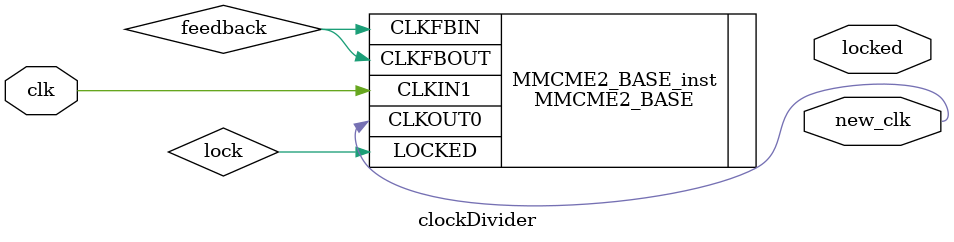
<source format=v>
module clockDivider (
    input clk,                    // Input clock (100 MHz)
    output new_clk,               // Output clock (5 MHz)
    output locked                 // LOCK signal to indicate the MMCM has locked
);
    wire feedback;
    
    MMCME2_BASE #(
   .CLKFBOUT_MULT_F(6.0),        // Multiply input clock by 6
   .CLKIN1_PERIOD(10.0),         // Input clock period for 100 MHz clock
   .CLKOUT0_DIVIDE_F(24.0),      // Divide output clock by 24 to achieve 25 MHz
   .DIVCLK_DIVIDE(1.0)           // Input clock is divided by 1 (no additional division)
    )
    MMCME2_BASE_inst (
    .CLKOUT0(new_clk),            // Output clock at 25 MHz
    .CLKFBOUT(feedback),          // feedback clock
    .CLKIN1(clk),                 // Input clock (100 MHz)
    .CLKFBIN(feedback),           // Feedback clock input
    .LOCKED(lock)                 // Locked signal indicating stable output
    );

endmodule

</source>
